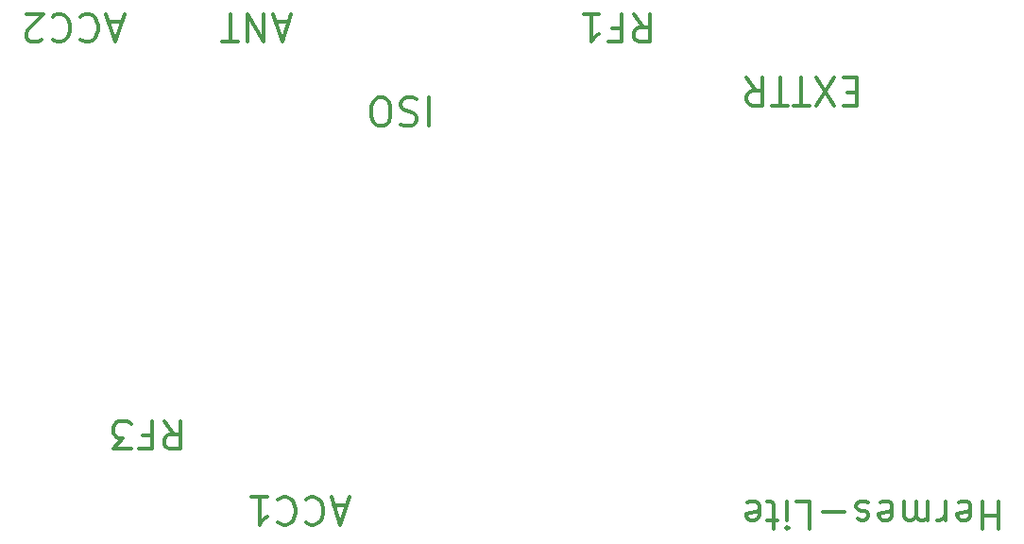
<source format=gto>
G04 #@! TF.GenerationSoftware,KiCad,Pcbnew,5.1.5-52549c5~84~ubuntu18.04.1*
G04 #@! TF.CreationDate,2020-03-18T22:38:39-07:00*
G04 #@! TF.ProjectId,endcap,656e6463-6170-42e6-9b69-6361645f7063,2.1*
G04 #@! TF.SameCoordinates,PX2faf080PY2faf080*
G04 #@! TF.FileFunction,Other,ECO1*
%FSLAX46Y46*%
G04 Gerber Fmt 4.6, Leading zero omitted, Abs format (unit mm)*
G04 Created by KiCad (PCBNEW 5.1.5-52549c5~84~ubuntu18.04.1) date 2020-03-18 22:38:39*
%MOMM*%
%LPD*%
G04 APERTURE LIST*
%ADD10C,0.300000*%
G04 APERTURE END LIST*
D10*
X17885714Y-7783333D02*
X16695238Y-7783333D01*
X18123809Y-7069047D02*
X17290476Y-9569047D01*
X16457142Y-7069047D01*
X14195238Y-7307142D02*
X14314285Y-7188095D01*
X14671428Y-7069047D01*
X14909523Y-7069047D01*
X15266666Y-7188095D01*
X15504761Y-7426190D01*
X15623809Y-7664285D01*
X15742857Y-8140476D01*
X15742857Y-8497619D01*
X15623809Y-8973809D01*
X15504761Y-9211904D01*
X15266666Y-9450000D01*
X14909523Y-9569047D01*
X14671428Y-9569047D01*
X14314285Y-9450000D01*
X14195238Y-9330952D01*
X11695238Y-7307142D02*
X11814285Y-7188095D01*
X12171428Y-7069047D01*
X12409523Y-7069047D01*
X12766666Y-7188095D01*
X13004761Y-7426190D01*
X13123809Y-7664285D01*
X13242857Y-8140476D01*
X13242857Y-8497619D01*
X13123809Y-8973809D01*
X13004761Y-9211904D01*
X12766666Y-9450000D01*
X12409523Y-9569047D01*
X12171428Y-9569047D01*
X11814285Y-9450000D01*
X11695238Y-9330952D01*
X10742857Y-9330952D02*
X10623809Y-9450000D01*
X10385714Y-9569047D01*
X9790476Y-9569047D01*
X9552380Y-9450000D01*
X9433333Y-9330952D01*
X9314285Y-9092857D01*
X9314285Y-8854761D01*
X9433333Y-8497619D01*
X10861904Y-7069047D01*
X9314285Y-7069047D01*
X21688095Y-43569047D02*
X22521428Y-44759523D01*
X23116666Y-43569047D02*
X23116666Y-46069047D01*
X22164285Y-46069047D01*
X21926190Y-45950000D01*
X21807142Y-45830952D01*
X21688095Y-45592857D01*
X21688095Y-45235714D01*
X21807142Y-44997619D01*
X21926190Y-44878571D01*
X22164285Y-44759523D01*
X23116666Y-44759523D01*
X19783333Y-44878571D02*
X20616666Y-44878571D01*
X20616666Y-43569047D02*
X20616666Y-46069047D01*
X19426190Y-46069047D01*
X18711904Y-46069047D02*
X17164285Y-46069047D01*
X17997619Y-45116666D01*
X17640476Y-45116666D01*
X17402380Y-44997619D01*
X17283333Y-44878571D01*
X17164285Y-44640476D01*
X17164285Y-44045238D01*
X17283333Y-43807142D01*
X17402380Y-43688095D01*
X17640476Y-43569047D01*
X18354761Y-43569047D01*
X18592857Y-43688095D01*
X18711904Y-43807142D01*
X38085714Y-51083333D02*
X36895238Y-51083333D01*
X38323809Y-50369047D02*
X37490476Y-52869047D01*
X36657142Y-50369047D01*
X34395238Y-50607142D02*
X34514285Y-50488095D01*
X34871428Y-50369047D01*
X35109523Y-50369047D01*
X35466666Y-50488095D01*
X35704761Y-50726190D01*
X35823809Y-50964285D01*
X35942857Y-51440476D01*
X35942857Y-51797619D01*
X35823809Y-52273809D01*
X35704761Y-52511904D01*
X35466666Y-52750000D01*
X35109523Y-52869047D01*
X34871428Y-52869047D01*
X34514285Y-52750000D01*
X34395238Y-52630952D01*
X31895238Y-50607142D02*
X32014285Y-50488095D01*
X32371428Y-50369047D01*
X32609523Y-50369047D01*
X32966666Y-50488095D01*
X33204761Y-50726190D01*
X33323809Y-50964285D01*
X33442857Y-51440476D01*
X33442857Y-51797619D01*
X33323809Y-52273809D01*
X33204761Y-52511904D01*
X32966666Y-52750000D01*
X32609523Y-52869047D01*
X32371428Y-52869047D01*
X32014285Y-52750000D01*
X31895238Y-52630952D01*
X29514285Y-50369047D02*
X30942857Y-50369047D01*
X30228571Y-50369047D02*
X30228571Y-52869047D01*
X30466666Y-52511904D01*
X30704761Y-52273809D01*
X30942857Y-52154761D01*
X45400000Y-14569047D02*
X45400000Y-17069047D01*
X44328571Y-14688095D02*
X43971428Y-14569047D01*
X43376190Y-14569047D01*
X43138095Y-14688095D01*
X43019047Y-14807142D01*
X42900000Y-15045238D01*
X42900000Y-15283333D01*
X43019047Y-15521428D01*
X43138095Y-15640476D01*
X43376190Y-15759523D01*
X43852380Y-15878571D01*
X44090476Y-15997619D01*
X44209523Y-16116666D01*
X44328571Y-16354761D01*
X44328571Y-16592857D01*
X44209523Y-16830952D01*
X44090476Y-16950000D01*
X43852380Y-17069047D01*
X43257142Y-17069047D01*
X42900000Y-16950000D01*
X41352380Y-17069047D02*
X40876190Y-17069047D01*
X40638095Y-16950000D01*
X40400000Y-16711904D01*
X40280952Y-16235714D01*
X40280952Y-15402380D01*
X40400000Y-14926190D01*
X40638095Y-14688095D01*
X40876190Y-14569047D01*
X41352380Y-14569047D01*
X41590476Y-14688095D01*
X41828571Y-14926190D01*
X41947619Y-15402380D01*
X41947619Y-16235714D01*
X41828571Y-16711904D01*
X41590476Y-16950000D01*
X41352380Y-17069047D01*
X96450000Y-50769047D02*
X96450000Y-53269047D01*
X96450000Y-52078571D02*
X95021428Y-52078571D01*
X95021428Y-50769047D02*
X95021428Y-53269047D01*
X92878571Y-50888095D02*
X93116666Y-50769047D01*
X93592857Y-50769047D01*
X93830952Y-50888095D01*
X93950000Y-51126190D01*
X93950000Y-52078571D01*
X93830952Y-52316666D01*
X93592857Y-52435714D01*
X93116666Y-52435714D01*
X92878571Y-52316666D01*
X92759523Y-52078571D01*
X92759523Y-51840476D01*
X93950000Y-51602380D01*
X91688095Y-50769047D02*
X91688095Y-52435714D01*
X91688095Y-51959523D02*
X91569047Y-52197619D01*
X91450000Y-52316666D01*
X91211904Y-52435714D01*
X90973809Y-52435714D01*
X90140476Y-50769047D02*
X90140476Y-52435714D01*
X90140476Y-52197619D02*
X90021428Y-52316666D01*
X89783333Y-52435714D01*
X89426190Y-52435714D01*
X89188095Y-52316666D01*
X89069047Y-52078571D01*
X89069047Y-50769047D01*
X89069047Y-52078571D02*
X88950000Y-52316666D01*
X88711904Y-52435714D01*
X88354761Y-52435714D01*
X88116666Y-52316666D01*
X87997619Y-52078571D01*
X87997619Y-50769047D01*
X85854761Y-50888095D02*
X86092857Y-50769047D01*
X86569047Y-50769047D01*
X86807142Y-50888095D01*
X86926190Y-51126190D01*
X86926190Y-52078571D01*
X86807142Y-52316666D01*
X86569047Y-52435714D01*
X86092857Y-52435714D01*
X85854761Y-52316666D01*
X85735714Y-52078571D01*
X85735714Y-51840476D01*
X86926190Y-51602380D01*
X84783333Y-50888095D02*
X84545238Y-50769047D01*
X84069047Y-50769047D01*
X83830952Y-50888095D01*
X83711904Y-51126190D01*
X83711904Y-51245238D01*
X83830952Y-51483333D01*
X84069047Y-51602380D01*
X84426190Y-51602380D01*
X84664285Y-51721428D01*
X84783333Y-51959523D01*
X84783333Y-52078571D01*
X84664285Y-52316666D01*
X84426190Y-52435714D01*
X84069047Y-52435714D01*
X83830952Y-52316666D01*
X82640476Y-51721428D02*
X80735714Y-51721428D01*
X78354761Y-50769047D02*
X79545238Y-50769047D01*
X79545238Y-53269047D01*
X77521428Y-50769047D02*
X77521428Y-52435714D01*
X77521428Y-53269047D02*
X77640476Y-53150000D01*
X77521428Y-53030952D01*
X77402380Y-53150000D01*
X77521428Y-53269047D01*
X77521428Y-53030952D01*
X76688095Y-52435714D02*
X75735714Y-52435714D01*
X76330952Y-53269047D02*
X76330952Y-51126190D01*
X76211904Y-50888095D01*
X75973809Y-50769047D01*
X75735714Y-50769047D01*
X73950000Y-50888095D02*
X74188095Y-50769047D01*
X74664285Y-50769047D01*
X74902380Y-50888095D01*
X75021428Y-51126190D01*
X75021428Y-52078571D01*
X74902380Y-52316666D01*
X74664285Y-52435714D01*
X74188095Y-52435714D01*
X73950000Y-52316666D01*
X73830952Y-52078571D01*
X73830952Y-51840476D01*
X75021428Y-51602380D01*
X83780952Y-14078571D02*
X82947619Y-14078571D01*
X82590476Y-12769047D02*
X83780952Y-12769047D01*
X83780952Y-15269047D01*
X82590476Y-15269047D01*
X81757142Y-15269047D02*
X80090476Y-12769047D01*
X80090476Y-15269047D02*
X81757142Y-12769047D01*
X79495238Y-15269047D02*
X78066666Y-15269047D01*
X78780952Y-12769047D02*
X78780952Y-15269047D01*
X77590476Y-15269047D02*
X76161904Y-15269047D01*
X76876190Y-12769047D02*
X76876190Y-15269047D01*
X73900000Y-12769047D02*
X74733333Y-13959523D01*
X75328571Y-12769047D02*
X75328571Y-15269047D01*
X74376190Y-15269047D01*
X74138095Y-15150000D01*
X74019047Y-15030952D01*
X73900000Y-14792857D01*
X73900000Y-14435714D01*
X74019047Y-14197619D01*
X74138095Y-14078571D01*
X74376190Y-13959523D01*
X75328571Y-13959523D01*
X32857142Y-7783333D02*
X31666666Y-7783333D01*
X33095238Y-7069047D02*
X32261904Y-9569047D01*
X31428571Y-7069047D01*
X30595238Y-7069047D02*
X30595238Y-9569047D01*
X29166666Y-7069047D01*
X29166666Y-9569047D01*
X28333333Y-9569047D02*
X26904761Y-9569047D01*
X27619047Y-7069047D02*
X27619047Y-9569047D01*
X63788095Y-7069047D02*
X64621428Y-8259523D01*
X65216666Y-7069047D02*
X65216666Y-9569047D01*
X64264285Y-9569047D01*
X64026190Y-9450000D01*
X63907142Y-9330952D01*
X63788095Y-9092857D01*
X63788095Y-8735714D01*
X63907142Y-8497619D01*
X64026190Y-8378571D01*
X64264285Y-8259523D01*
X65216666Y-8259523D01*
X61883333Y-8378571D02*
X62716666Y-8378571D01*
X62716666Y-7069047D02*
X62716666Y-9569047D01*
X61526190Y-9569047D01*
X59264285Y-7069047D02*
X60692857Y-7069047D01*
X59978571Y-7069047D02*
X59978571Y-9569047D01*
X60216666Y-9211904D01*
X60454761Y-8973809D01*
X60692857Y-8854761D01*
M02*

</source>
